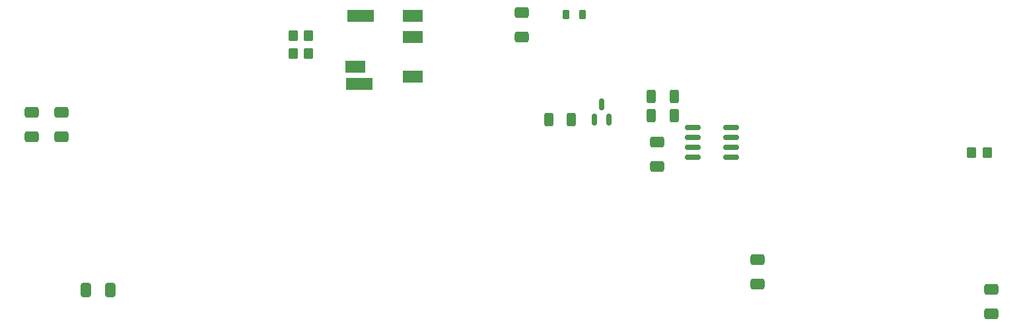
<source format=gbr>
%TF.GenerationSoftware,KiCad,Pcbnew,9.0.5*%
%TF.CreationDate,2025-10-20T18:48:47+02:00*%
%TF.ProjectId,yoradio-2,796f7261-6469-46f2-9d32-2e6b69636164,rev?*%
%TF.SameCoordinates,Original*%
%TF.FileFunction,Paste,Bot*%
%TF.FilePolarity,Positive*%
%FSLAX46Y46*%
G04 Gerber Fmt 4.6, Leading zero omitted, Abs format (unit mm)*
G04 Created by KiCad (PCBNEW 9.0.5) date 2025-10-20 18:48:47*
%MOMM*%
%LPD*%
G01*
G04 APERTURE LIST*
G04 Aperture macros list*
%AMRoundRect*
0 Rectangle with rounded corners*
0 $1 Rounding radius*
0 $2 $3 $4 $5 $6 $7 $8 $9 X,Y pos of 4 corners*
0 Add a 4 corners polygon primitive as box body*
4,1,4,$2,$3,$4,$5,$6,$7,$8,$9,$2,$3,0*
0 Add four circle primitives for the rounded corners*
1,1,$1+$1,$2,$3*
1,1,$1+$1,$4,$5*
1,1,$1+$1,$6,$7*
1,1,$1+$1,$8,$9*
0 Add four rect primitives between the rounded corners*
20,1,$1+$1,$2,$3,$4,$5,0*
20,1,$1+$1,$4,$5,$6,$7,0*
20,1,$1+$1,$6,$7,$8,$9,0*
20,1,$1+$1,$8,$9,$2,$3,0*%
G04 Aperture macros list end*
%ADD10RoundRect,0.250000X0.412500X0.650000X-0.412500X0.650000X-0.412500X-0.650000X0.412500X-0.650000X0*%
%ADD11RoundRect,0.150000X0.150000X-0.587500X0.150000X0.587500X-0.150000X0.587500X-0.150000X-0.587500X0*%
%ADD12RoundRect,0.250000X0.650000X-0.412500X0.650000X0.412500X-0.650000X0.412500X-0.650000X-0.412500X0*%
%ADD13RoundRect,0.250000X-0.650000X0.412500X-0.650000X-0.412500X0.650000X-0.412500X0.650000X0.412500X0*%
%ADD14RoundRect,0.250000X0.312500X0.625000X-0.312500X0.625000X-0.312500X-0.625000X0.312500X-0.625000X0*%
%ADD15RoundRect,0.250000X-0.350000X-0.450000X0.350000X-0.450000X0.350000X0.450000X-0.350000X0.450000X0*%
%ADD16RoundRect,0.218750X-0.218750X-0.381250X0.218750X-0.381250X0.218750X0.381250X-0.218750X0.381250X0*%
%ADD17RoundRect,0.250000X-0.312500X-0.625000X0.312500X-0.625000X0.312500X0.625000X-0.312500X0.625000X0*%
%ADD18RoundRect,0.150000X-0.825000X-0.150000X0.825000X-0.150000X0.825000X0.150000X-0.825000X0.150000X0*%
%ADD19R,3.400000X1.500000*%
%ADD20R,2.500000X1.500000*%
G04 APERTURE END LIST*
D10*
%TO.C,C1*%
X99055000Y-113670000D03*
X95930000Y-113670000D03*
%TD*%
D11*
%TO.C,Q2*%
X161100000Y-91800000D03*
X163000000Y-91800000D03*
X162050000Y-89925000D03*
%TD*%
D12*
%TO.C,C11*%
X88940000Y-94002500D03*
X88940000Y-90877500D03*
%TD*%
D13*
%TO.C,C12*%
X92800000Y-90875000D03*
X92800000Y-94000000D03*
%TD*%
D14*
%TO.C,R6*%
X158162500Y-91800000D03*
X155237500Y-91800000D03*
%TD*%
D15*
%TO.C,R5*%
X209500000Y-96100000D03*
X211500000Y-96100000D03*
%TD*%
D13*
%TO.C,C4*%
X151842500Y-78157500D03*
X151842500Y-81282500D03*
%TD*%
D15*
%TO.C,R1*%
X122492500Y-83370000D03*
X124492500Y-83370000D03*
%TD*%
D16*
%TO.C,FB1*%
X157467500Y-78340000D03*
X159592500Y-78340000D03*
%TD*%
D15*
%TO.C,R2*%
X122492500Y-81070000D03*
X124492500Y-81070000D03*
%TD*%
D17*
%TO.C,R4*%
X168437500Y-91300000D03*
X171362500Y-91300000D03*
%TD*%
%TO.C,R3*%
X168437500Y-88900000D03*
X171362500Y-88900000D03*
%TD*%
D13*
%TO.C,C15*%
X169200000Y-94737500D03*
X169200000Y-97862500D03*
%TD*%
%TO.C,C5*%
X212020000Y-113637500D03*
X212020000Y-116762500D03*
%TD*%
D18*
%TO.C,Q1*%
X173717500Y-96675000D03*
X173717500Y-95405000D03*
X173717500Y-94135000D03*
X173717500Y-92865000D03*
X178667500Y-92865000D03*
X178667500Y-94135000D03*
X178667500Y-95405000D03*
X178667500Y-96675000D03*
%TD*%
D19*
%TO.C,J3*%
X131142500Y-78570000D03*
D20*
X137792500Y-78570000D03*
X137792500Y-81270000D03*
X137792500Y-86370000D03*
X130492500Y-85070000D03*
D19*
X130942500Y-87270000D03*
%TD*%
D12*
%TO.C,C10*%
X182000000Y-112952500D03*
X182000000Y-109827500D03*
%TD*%
M02*

</source>
